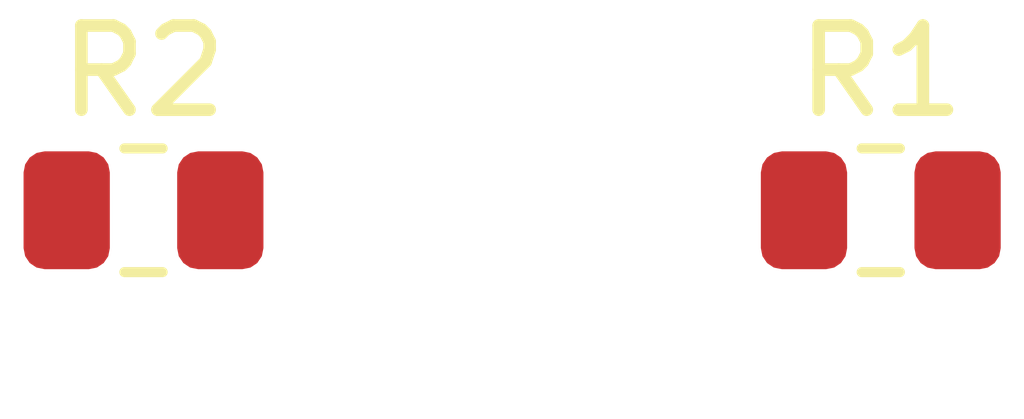
<source format=kicad_pcb>
(kicad_pcb (version 20211014) (generator pcbnew)
  (layers (0 "F.Cu" signal) (31 "B.Cu" signal) (34 "B.Paste" user) (35 "F.Paste" user) (36 "B.SilkS" user "B.Silkscreen") (37 "F.SilkS" user "F.Silkscreen") (38 "B.Mask" user) (39 "F.Mask" user) (44 "Edge.Cuts" user))
  (net 0 "")
  (net 1 "VI")
  (net 2 "VO")
  (net 3 "GND")
  (footprint "Resistor_SMD:R_0805_2012Metric" (layer "F.Cu") (at 113.41 70.78)
    (fp_text reference "R2" (at 0 -1.65) (layer "F.SilkS"))
    (fp_text value "500")
    (fp_line (start -0.227064 -0.735) (end 0.227064 -0.735) (layer "F.SilkS") (width 0.12))
    (fp_line (start -0.227064 0.735) (end 0.227064 0.735) (layer "F.SilkS") (width 0.12))
    (pad "1" smd roundrect (at -0.9125 0) (size 1.025 1.4) (layers "F.Cu" "F.Paste" "F.Mask") (roundrect_rratio 0.243902) (net 2 "VO"))
    (pad "2" smd roundrect (at 0.9125 0) (size 1.025 1.4) (layers "F.Cu" "F.Paste" "F.Mask") (roundrect_rratio 0.243902) (net 3 "GND"))
  )
  (footprint "Resistor_SMD:R_0805_2012Metric" (layer "F.Cu") (at 122.17 70.78)
    (fp_text reference "R1" (at 0 -1.65) (layer "F.SilkS"))
    (fp_text value "1K")
    (fp_line (start -0.227064 -0.735) (end 0.227064 -0.735) (layer "F.SilkS") (width 0.12))
    (fp_line (start -0.227064 0.735) (end 0.227064 0.735) (layer "F.SilkS") (width 0.12))
    (pad "1" smd roundrect (at -0.9125 0) (size 1.025 1.4) (layers "F.Cu" "F.Paste" "F.Mask") (roundrect_rratio 0.243902) (net 1 "VI"))
    (pad "2" smd roundrect (at 0.9125 0) (size 1.025 1.4) (layers "F.Cu" "F.Paste" "F.Mask") (roundrect_rratio 0.243902) (net 2 "VO"))
  )
)
</source>
